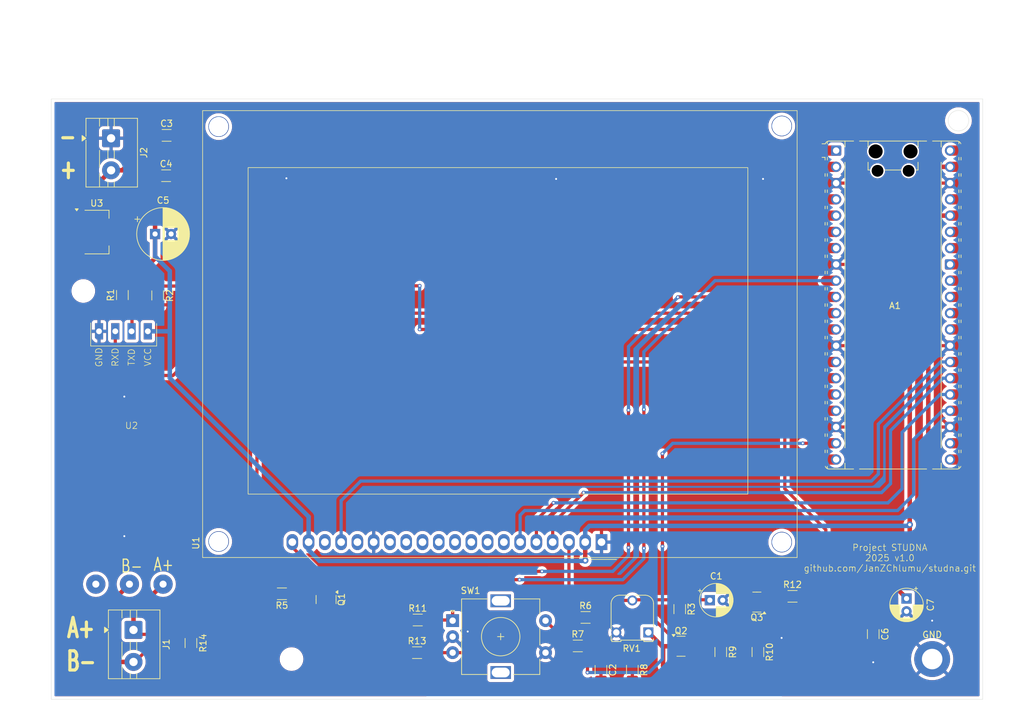
<source format=kicad_pcb>
(kicad_pcb (version 20241229) (generator "pcbnew") (generator_version "9.0")
  (layers (0 "F.Cu" signal) (2 "B.Cu" signal) (13 "F.Paste" user) (15 "B.Paste" user) (5 "F.SilkS" user "F.Silkscreen") (7 "B.SilkS" user "B.Silkscreen") (1 "F.Mask" user) (3 "B.Mask" user) (25 "Edge.Cuts" user))
  (net 0 "")
  (net 1 "/button")
  (net 2 "/UART1_RX")
  (net 3 "/lcd.E(SCLK)")
  (net 4 "/lcd.RW(SID)")
  (net 10 "/UART1_TX")
  (net 13 "/contrast pwm")
  (net 15 "/lcd.contrast")
  (net 16 "Net-(U2-TX)")
  (net 17 "Net-(J2-Pin_2)")
  (net 18 "Net-(J1-Pin_1)")
  (net 19 "Net-(Q1-C)")
  (net 20 "Net-(Q1-B)")
  (net 21 "Net-(Q2-B)")
  (net 22 "Net-(A1-GPIO7)")
  (net 23 "Net-(Q2-C)")
  (net 25 "GND")
  (net 26 "Net-(A1-GPIO6)")
  (net 29 "/led pwm")
  (net 33 "/lcd.RST")
  (net 35 "+5V")
  (net 38 "Net-(J1-Pin_2)")
  (net 43 "+3V3")
  (net 44 "/lcd.RS(CS)")
  (net 55 "Net-(Q3-B)")
  (net 56 "Net-(Q3-C)")
  (footprint "Capacitor_SMD:C_1206_3216Metric" (layer "F.Cu") (at 159.35 142.95 -90)
    (property "Reference" "C2")
    (property "Value" "100n")
  )
  (footprint "Capacitor_THT:CP_Radial_D5.0mm_P2.00mm" (layer "F.Cu") (at 207.05 131.794888 -90)
    (property "Reference" "C7")
    (property "Value" "10u")
  )
  (footprint "Library:LCD 128x64" (layer "F.Cu") (at 97.074907 125.480754 90)
    (property "Reference" "U1")
    (property "Value" "~")
  )
  (footprint "TerminalBlock:TerminalBlock_MaiXu_MX126-5.0-02P_1x02_P5.00mm" (layer "F.Cu") (at 86.3825 136.7 -90)
    (property "Reference" "J1")
    (property "Value" "Screw_Terminal_01x02")
  )
  (footprint "Package_TO_SOT_SMD:SOT-23" (layer "F.Cu") (at 116.45 131.95 -90)
    (property "Reference" "Q1")
    (property "Value" "NPN")
  )
  (footprint "MountingHole:MountingHole_3.2mm_M3_DIN965_Pad" (layer "F.Cu") (at 211.05 141.25)
    (property "Reference" "GND")
    (property "Value" "MountingHole_3.2mm_M3_DIN965_Pad")
  )
  (footprint "Capacitor_THT:CP_Radial_D5.0mm_P2.00mm" (layer "F.Cu") (at 176.35 132.05)
    (property "Reference" "C1")
    (property "Value" "10u")
  )
  (footprint "Resistor_SMD:R_1206_3216Metric" (layer "F.Cu") (at 155.7375 139.2)
    (property "Reference" "R7")
    (property "Value" "10k")
  )
  (footprint "Resistor_SMD:R_1206_3216Metric" (layer "F.Cu") (at 183.85 140.15 -90)
    (property "Reference" "R10")
    (property "Value" "10k")
  )
  (footprint "Resistor_SMD:R_1206_3216Metric" (layer "F.Cu") (at 130.65 140.25)
    (property "Reference" "R13")
    (property "Value" "10k")
  )
  (footprint "Resistor_SMD:R_1206_3216Metric" (layer "F.Cu") (at 189.25 131.45)
    (property "Reference" "R12")
    (property "Value" "10k")
  )
  (footprint "Resistor_SMD:R_1206_3216Metric" (layer "F.Cu") (at 164.25 142.95 -90)
    (property "Reference" "R8")
    (property "Value" "10k")
  )
  (footprint "Resistor_SMD:R_1206_3216Metric" (layer "F.Cu") (at 130.75 135.15)
    (property "Reference" "R11")
    (property "Value" "10k")
  )
  (footprint "Capacitor_SMD:C_1206_3216Metric" (layer "F.Cu") (at 91.475 65.75)
    (property "Reference" "C4")
    (property "Value" "100n" (hide yes))
  )
  (footprint "Capacitor_SMD:C_1206_3216Metric" (layer "F.Cu") (at 201.85 137.35 -90)
    (property "Reference" "C6")
    (property "Value" "100n")
  )
  (footprint "Package_TO_SOT_SMD:SOT-23" (layer "F.Cu") (at 171.85 139.25)
    (property "Reference" "Q2")
    (property "Value" "PNP")
  )
  (footprint "MountingHole:MountingHole_3.2mm_M3_ISO7380" (layer "F.Cu") (at 111.05 141.25)
    (property "Reference" "REF**" (hide yes))
    (property "Value" "MountingHole_3.2mm_M3_ISO7380")
  )
  (footprint "Resistor_SMD:R_1206_3216Metric" (layer "F.Cu") (at 90.15 84.45 -90)
    (property "Reference" "R2")
    (property "Value" "10k")
  )
  (footprint "Resistor_SMD:R_1206_3216Metric" (layer "F.Cu") (at 156.95 134.75)
    (property "Reference" "R6")
    (property "Value" "1k")
  )
  (footprint "Resistor_SMD:R_1206_3216Metric" (layer "F.Cu") (at 178.05 140.15 -90)
    (property "Reference" "R9")
    (property "Value" "10k")
  )
  (footprint "MountingHole:MountingHole_3.2mm_M3_ISO7380" (layer "F.Cu") (at 78.55 83.75)
    (property "Reference" "REF**" (hide yes))
    (property "Value" "MountingHole_3.2mm_M3_ISO7380")
  )
  (footprint "Package_TO_SOT_SMD:SOT-23" (layer "F.Cu") (at 183.6875 132.35 180)
    (property "Reference" "Q3")
    (property "Value" "NPN")
  )
  (footprint "Rotary_Encoder:RotaryEncoder_Alps_EC11E-Switch_Vertical_H20mm" (layer "F.Cu") (at 136.2 135.25)
    (property "Reference" "SW1")
    (property "Value" "RotaryEncoder_Switch")
  )
  (footprint "Resistor_SMD:R_1206_3216Metric" (layer "F.Cu") (at 95.35 138.75 90)
    (property "Reference" "R14")
    (property "Value" "120R")
  )
  (footprint "Library:485 modul" (layer "F.Cu") (at 81 90.05)
    (property "Reference" "U2")
    (property "Value" "~")
  )
  (footprint "Capacitor_THT:CP_Radial_D8.0mm_P2.50mm" (layer "F.Cu") (at 89.75 74.85)
    (property "Reference" "C5")
    (property "Value" "220u")
  )
  (footprint "Resistor_SMD:R_1206_3216Metric" (layer "F.Cu") (at 109.55 131.05 180)
    (property "Reference" "R5")
    (property "Value" "10k?")
  )
  (footprint "TerminalBlock:TerminalBlock_MaiXu_MX126-5.0-02P_1x02_P5.00mm" (layer "F.Cu") (at 82.8825 59.9 -90)
    (property "Reference" "J2")
    (property "Value" "Screw_Terminal_01x02")
  )
  (footprint "Resistor_SMD:R_1206_3216Metric" (layer "F.Cu") (at 84.65 84.3875 90)
    (property "Reference" "R1")
    (property "Value" "5k")
  )
  (footprint "Library:RaspberryPi_Pico_Common_NO_wifi" (layer "F.Cu") (at 204.95 85.95)
    (property "Reference" "A1")
    (property "Value" "RaspberryPi_Pico")
  )
  (footprint "Resistor_SMD:R_1206_3216Metric" (layer "F.Cu") (at 171.65 133.45 -90)
    (property "Reference" "R3")
    (property "Value" "47k")
  )
  (footprint "Potentiometer_THT:Potentiometer_Runtron_RM-065_Vertical" (layer "F.Cu") (at 166.75 137.09 180)
    (property "Reference" "RV1")
    (property "Value" "10k")
  )
  (footprint "Capacitor_SMD:C_1206_3216Metric" (layer "F.Cu") (at 91.55 59.45)
    (property "Reference" "C3")
    (property "Value" "100n")
  )
  (footprint "Package_TO_SOT_SMD:SOT-223-3_TabPin2" (layer "F.Cu") (at 80.65 74.55)
    (property "Reference" "U3")
    (property "Value" "LM7805_TO220")
  )
  (gr_circle (center 215.15 57.15) (end 216.75 57.15) (stroke (width 0.05)) (fill no) (layer "Edge.Cuts"))
  (gr_rect (start 73.55 53.75) (end 218.95 147.55) (stroke (width 0.05)) (fill no) (layer "Edge.Cuts"))
  (gr_text "-" (at 74.55 61.35 0) (layer "F.SilkS") (effects (font (size 3 2) (thickness 0.5) (bold yes)) (justify left bottom)))
  (gr_text "+" (at 74.65 66.45 0) (layer "F.SilkS") (effects (font (size 3 2) (thickness 0.5) (bold yes)) (justify left bottom)))
  (gr_text "Project STUDNA\n2025 v1.0\ngithub.com/JanZChlumu/studna.git" (at 204.45 127.65 0) (layer "F.SilkS") (effects (font (size 1 1) (thickness 0.1)) (justify bottom)))
  (gr_text "B-" (at 75.65 143.35 0) (layer "F.SilkS") (effects (font (size 3 2) (thickness 0.5) (bold yes)) (justify left bottom)))
  (gr_text "A+" (at 75.75 138.15 0) (layer "F.SilkS") (effects (font (size 3 2) (thickness 0.5) (bold yes)) (justify left bottom)))
  (segment (start 157.2 139.2) (end 157.2 139.325) (width 0.5) (layer "F.Cu") (net 1))
  (segment (start 190.86 107.54) (end 190.85 107.55) (width 0.5) (layer "F.Cu") (net 1))
  (segment (start 157.2 137.8) (end 156.35 136.95) (width 0.5) (layer "F.Cu") (net 1))
  (segment (start 157.25 143.35) (end 157.25 141.55) (width 0.5) (layer "F.Cu") (net 1))
  (segment (start 152.4 136.95) (end 150.7 135.25) (width 0.5) (layer "F.Cu") (net 1))
  (segment (start 157.25 141.55) (end 157.2 141.5) (width 0.5) (layer "F.Cu") (net 1))
  (segment (start 196.06 107.54) (end 190.86 107.54) (width 0.5) (layer "F.Cu") (net 1))
  (segment (start 157.2 139.2) (end 157.2 137.8) (width 0.5) (layer "F.Cu") (net 1))
  (segment (start 157.2 141.5) (end 157.2 139.2) (width 0.5) (layer "F.Cu") (net 1))
  (segment (start 156.35 136.95) (end 152.4 136.95) (width 0.5) (layer "F.Cu") (net 1))
  (segment (start 157.2 139.325) (end 159.35 141.475) (width 0.5) (layer "F.Cu") (net 1))
  (segment (start 168.95 109.15) (end 168.95 123.65) (width 0.5) (layer "F.Cu") (net 1))
  (via (at 190.85 107.55) (size 0.6) (drill 0.3) (layers "F.Cu" "B.Cu") (net 1))
  (via (at 157.25 143.35) (size 0.6) (drill 0.3) (layers "F.Cu" "B.Cu") (net 1))
  (via (at 168.95 123.65) (size 0.6) (drill 0.3) (layers "F.Cu" "B.Cu") (net 1))
  (via (at 168.95 109.15) (size 0.6) (drill 0.3) (layers "F.Cu" "B.Cu") (net 1))
  (segment (start 190.85 107.55) (end 170.55 107.55) (width 0.5) (layer "B.Cu") (net 1))
  (segment (start 168.95 141.25) (end 168.95 123.65) (width 0.5) (layer "B.Cu") (net 1))
  (segment (start 157.25 143.35) (end 166.85 143.35) (width 0.5) (layer "B.Cu") (net 1))
  (segment (start 170.55 107.55) (end 168.95 109.15) (width 0.5) (layer "B.Cu") (net 1))
  (segment (start 166.85 143.35) (end 168.95 141.25) (width 0.5) (layer "B.Cu") (net 1))
  (segment (start 90.0875 82.925) (end 90.15 82.9875) (width 0.5) (layer "F.Cu") (net 2))
  (segment (start 131.24 89.76) (end 196.06 89.76) (width 0.5) (layer "F.Cu") (net 2))
  (segment (start 131.23 89.75) (end 131.24 89.76) (width 0.5) (layer "F.Cu") (net 2))
  (segment (start 131.05 89.75) (end 131.23 89.75) (width 0.5) (layer "F.Cu") (net 2))
  (segment (start 131.05 82.95) (end 90.15 82.9875) (width 0.5) (layer "F.Cu") (net 2))
  (segment (start 84.65 82.925) (end 90.0875 82.925) (width 0.5) (layer "F.Cu") (net 2))
  (via (at 131.05 82.95) (size 0.6) (drill 0.3) (layers "F.Cu" "B.Cu") (net 2))
  (via (at 131.05 89.75) (size 0.6) (drill 0.3) (layers "F.Cu" "B.Cu") (net 2))
  (segment (start 131.05 89.75) (end 131.05 82.95) (width 0.5) (layer "B.Cu") (net 2))
  (segment (start 208.15 106.95) (end 212.64 102.46) (width 0.5) (layer "B.Cu") (net 3))
  (segment (start 213.83 102.45) (end 213.84 102.46) (width 0.5) (layer "B.Cu") (net 3))
  (segment (start 205.65 118.05) (end 208.15 115.55) (width 0.5) (layer "B.Cu") (net 3))
  (segment (start 146.734907 122.980754) (end 146.734907 118.765093) (width 0.5) (layer "B.Cu") (net 3))
  (segment (start 208.15 115.55) (end 208.15 106.95) (width 0.5) (layer "B.Cu") (net 3))
  (segment (start 146.734907 118.765093) (end 147.45 118.05) (width 0.5) (layer "B.Cu") (net 3))
  (segment (start 212.64 102.46) (end 213.84 102.46) (width 0.5) (layer "B.Cu") (net 3))
  (segment (start 147.45 118.05) (end 205.65 118.05) (width 0.5) (layer "B.Cu") (net 3))
  (segment (start 149.274907 119.525093) (end 151.95 116.85) (width 0.5) (layer "F.Cu") (net 4))
  (segment (start 149.274907 122.980754) (end 149.274907 119.525093) (width 0.5) (layer "F.Cu") (net 4))
  (via (at 151.95 116.85) (size 0.6) (drill 0.3) (layers "F.Cu" "B.Cu") (net 4))
  (segment (start 213.84 99.92) (end 212.28 99.92) (width 0.5) (layer "B.Cu") (net 4))
  (segment (start 212.28 99.92) (end 206.35 105.85) (width 0.5) (layer "B.Cu") (net 4))
  (segment (start 206.35 114.65) (end 204.15 116.85) (width 0.5) (layer "B.Cu") (net 4))
  (segment (start 204.15 116.85) (end 151.95 116.85) (width 0.5) (layer "B.Cu") (net 4))
  (segment (start 206.35 105.85) (end 206.35 114.65) (width 0.5) (layer "B.Cu") (net 4))
  (segment (start 92.55 96.95) (end 85.85 96.95) (width 0.5) (layer "F.Cu") (net 10))
  (segment (start 83.54 94.64) (end 83.54 90.05) (width 0.5) (layer "F.Cu") (net 10))
  (segment (start 195.26 87.22) (end 102.28 87.22) (width 0.5) (layer "F.Cu") (net 10))
  (segment (start 102.28 87.22) (end 92.55 96.95) (width 0.5) (layer "F.Cu") (net 10))
  (segment (start 85.85 96.95) (end 83.54 94.64) (width 0.5) (layer "F.Cu") (net 10))
  (segment (start 190.62 97.38) (end 188.05 99.95) (width 0.5) (layer "F.Cu") (net 13))
  (segment (start 196.06 97.38) (end 190.62 97.38) (width 0.5) (layer "F.Cu") (net 13))
  (segment (start 195.26 97.38) (end 190.62 97.38) (width 0.5) (layer "F.Cu") (net 13))
  (segment (start 188.05 114.65) (end 194.45 121.05) (width 0.5) (layer "F.Cu") (net 13))
  (segment (start 188.05 99.95) (end 188.05 114.65) (width 0.5) (layer "F.Cu") (net 13))
  (segment (start 193.7125 128.45) (end 190.7125 131.45) (width 0.5) (layer "F.Cu") (net 13))
  (segment (start 194.45 127.75) (end 193.7125 128.45) (width 0.5) (layer "F.Cu") (net 13))
  (segment (start 194.45 121.05) (end 194.45 127.75) (width 0.5) (layer "F.Cu") (net 13))
  (segment (start 155.4875 134.75) (end 155.4875 130.955) (width 0.5) (layer "F.Cu") (net 15))
  (segment (start 156.6225 132.09) (end 157.35 132.09) (width 0.5) (layer "F.Cu") (net 15))
  (segment (start 155.31625 130.78375) (end 154.354907 129.822407) (width 0.5) (layer "F.Cu") (net 15))
  (segment (start 176.2875 131.9875) (end 176.35 132.05) (width 0.5) (layer "F.Cu") (net 15))
  (segment (start 164.3525 131.9875) (end 171.65 131.9875) (width 0.5) (layer "F.Cu") (net 15))
  (segment (start 154.354907 129.822407) (end 154.354907 122.980754) (width 0.5) (layer "F.Cu") (net 15))
  (segment (start 164.25 132.09) (end 164.3525 131.9875) (width 0.5) (layer "F.Cu") (net 15))
  (segment (start 156.6225 132.09) (end 155.31625 130.78375) (width 0.5) (layer "F.Cu") (net 15))
  (segment (start 155.4875 130.955) (end 155.31625 130.78375) (width 0.5) (layer "F.Cu") (net 15))
  (segment (start 157.35 132.09) (end 164.25 132.09) (width 0.5) (layer "F.Cu") (net 15))
  (segment (start 171.65 131.9875) (end 176.2875 131.9875) (width 0.5) (layer "F.Cu") (net 15))
  (segment (start 86.15 87.35) (end 86.15 89.98) (width 0.5) (layer "F.Cu") (net 16))
  (segment (start 84.65 85.85) (end 86.15 87.35) (width 0.5) (layer "F.Cu") (net 16))
  (segment (start 86.15 89.98) (end 86.08 90.05) (width 0.5) (layer "F.Cu") (net 16))
  (segment (start 90.075 59.45) (end 84.625 64.9) (width 0.7) (layer "F.Cu") (net 17))
  (segment (start 77.5 70.2825) (end 82.8825 64.9) (width 0.7) (layer "F.Cu") (net 17))
  (segment (start 77.5 72.25) (end 77.5 70.2825) (width 0.7) (layer "F.Cu") (net 17))
  (segment (start 84.625 64.9) (end 82.8825 64.9) (width 0.7) (layer "F.Cu") (net 17))
  (segment (start 86.3825 136.7) (end 86.3825 134.1675) (width 0.7) (layer "F.Cu") (net 18))
  (segment (start 95.25 137.3875) (end 87.07 137.3875) (width 0.5) (layer "F.Cu") (net 18))
  (segment (start 87.07 137.3875) (end 86.3825 136.7) (width 0.5) (layer "F.Cu") (net 18))
  (segment (start 86.3825 134.1675) (end 91 129.55) (width 0.7) (layer "F.Cu") (net 18))
  (segment (start 95.35 137.2875) (end 95.25 137.3875) (width 0.5) (layer "F.Cu") (net 18))
  (segment (start 111.15 123.75) (end 111.15 123.005661) (width 0.5) (layer "F.Cu") (net 19))
  (segment (start 111.15 123.005661) (end 111.174907 122.980754) (width 0.5) (layer "F.Cu") (net 19))
  (segment (start 117.4 131.0125) (end 117.4 130) (width 0.5) (layer "F.Cu") (net 19))
  (segment (start 117.4 130) (end 111.15 123.75) (width 0.5) (layer "F.Cu") (net 19))
  (segment (start 111.05 131.0125) (end 115.5 131.0125) (width 0.5) (layer "F.Cu") (net 20))
  (segment (start 111.0125 131.05) (end 111.05 131.0125) (width 0.5) (layer "F.Cu") (net 20))
  (segment (start 183.85 141.6125) (end 178.05 141.6125) (width 0.5) (layer "F.Cu") (net 21))
  (segment (start 172.6125 141.6125) (end 178.05 141.6125) (width 0.5) (layer "F.Cu") (net 21))
  (segment (start 170.9125 140.2) (end 172.325 141.6125) (width 0.5) (layer "F.Cu") (net 21))
  (segment (start 172.325 141.6125) (end 172.6125 141.6125) (width 0.5) (layer "F.Cu") (net 21))
  (segment (start 141.75 127.55) (end 136.2 133.1) (width 0.5) (layer "F.Cu") (net 22))
  (segment (start 163.65 123.85) (end 163.65 102.35) (width 0.5) (layer "F.Cu") (net 22))
  (segment (start 171.402948 84.68) (end 171.35 84.732948) (width 0.5) (layer "F.Cu") (net 22))
  (segment (start 132.2125 135.15) (end 136.1 135.15) (width 0.5) (layer "F.Cu") (net 22))
  (segment (start 136.1 135.15) (end 136.2 135.25) (width 0.5) (layer "F.Cu") (net 22))
  (segment (start 150.15 127.55) (end 141.75 127.55) (width 0.5) (layer "F.Cu") (net 22))
  (segment (start 136.2 133.1) (end 136.2 135.25) (width 0.5) (layer "F.Cu") (net 22))
  (segment (start 195.26 84.68) (end 171.402948 84.68) (width 0.5) (layer "F.Cu") (net 22))
  (via (at 163.65 102.35) (size 0.6) (drill 0.3) (layers "F.Cu" "B.Cu") (net 22))
  (via (at 150.15 127.55) (size 0.6) (drill 0.3) (layers "F.Cu" "B.Cu") (net 22))
  (via (at 163.65 123.85) (size 0.6) (drill 0.3) (layers "F.Cu" "B.Cu") (net 22))
  (via (at 171.35 84.732948) (size 0.6) (drill 0.3) (layers "F.Cu" "B.Cu") (net 22))
  (segment (start 150.15 127.55) (end 161.2 127.55) (width 0.5) (layer "B.Cu") (net 22))
  (segment (start 163.65 125.1) (end 163.65 123.85) (width 0.5) (layer "B.Cu") (net 22))
  (segment (start 163.65 102.35) (end 163.65 92.432948) (width 0.5) (layer "B.Cu") (net 22))
  (segment (start 163.65 92.432948) (end 171.35 84.732948) (width 0.5) (layer "B.Cu") (net 22))
  (segment (start 161.2 127.55) (end 163.65 125.1) (width 0.5) (layer "B.Cu") (net 22))
  (segment (start 164.25 135.65) (end 164.25 135.15) (width 0.5) (layer "F.Cu") (net 23))
  (segment (start 168.45 135.8375) (end 170.9125 138.3) (width 0.5) (layer "F.Cu") (net 23))
  (segment (start 167.75 135.15) (end 168.4375 135.8375) (width 0.5) (layer "F.Cu") (net 23))
  (segment (start 158.4125 134.95) (end 158.6125 135.15) (width 0.5) (layer "F.Cu") (net 23))
  (segment (start 168.4375 135.8375) (end 168.45 135.8375) (width 0.5) (layer "F.Cu") (net 23))
  (segment (start 158.4125 134.75) (end 158.4125 134.95) (width 0.5) (layer "F.Cu") (net 23))
  (segment (start 164.25 141.4875) (end 164.25 135.65) (width 0.5) (layer "F.Cu") (net 23))
  (segment (start 164.25 135.15) (end 167.75 135.15) (width 0.5) (layer "F.Cu") (net 23))
  (segment (start 158.6125 135.15) (end 164.25 135.15) (width 0.5) (layer "F.Cu") (net 23))
  (via (at 138.55 136.95) (size 0.6) (drill 0.3) (layers "F.Cu" "B.Cu") (net 25))
  (via (at 187.55 137.95) (size 0.6) (drill 0.3) (layers "F.Cu" "B.Cu") (net 25))
  (via (at 110.25 66.15) (size 0.6) (drill 0.3) (layers "F.Cu" "B.Cu") (net 25))
  (via (at 184.65 66.25) (size 0.6) (drill 0.3) (layers "F.Cu" "B.Cu") (net 25))
  (via (at 211.05 135.25) (size 0.6) (drill 0.3) (layers "F.Cu" "B.Cu") (net 25))
  (via (at 84.95 100.25) (size 0.6) (drill 0.3) (layers "F.Cu" "B.Cu") (net 25))
  (via (at 84.95 122.05) (size 0.6) (drill 0.3) (layers "F.Cu" "B.Cu") (net 25))
  (via (at 152.35 66.25) (size 0.6) (drill 0.3) (layers "F.Cu" "B.Cu") (net 25))
  (via (at 201.85 141.75) (size 0.6) (drill 0.3) (layers "F.Cu" "B.Cu") (net 25))
  (segment (start 140.15 130.95) (end 140.15 138.45) (width 0.5) (layer "F.Cu") (net 26))
  (segment (start 166.05 123.95) (end 166.05 102.25) (width 0.5) (layer "F.Cu") (net 26))
  (segment (start 138.35 140.25) (end 136.2 140.25) (width 0.5) (layer "F.Cu") (net 26))
  (segment (start 142.25 128.85) (end 140.15 130.95) (width 0.5) (layer "F.Cu") (net 26))
  (segment (start 146.65 128.85) (end 142.25 128.85) (width 0.5) (layer "F.Cu") (net 26))
  (segment (start 136.2 140.25) (end 132.1125 140.25) (width 0.5) (layer "F.Cu") (net 26))
  (segment (start 140.15 138.45) (end 138.35 140.25) (width 0.5) (layer "F.Cu") (net 26))
  (via (at 146.65 128.85) (size 0.6) (drill 0.3) (layers "F.Cu" "B.Cu") (net 26))
  (via (at 166.05 123.95) (size 0.6) (drill 0.3) (layers "F.Cu" "B.Cu") (net 26))
  (via (at 166.05 102.25) (size 0.6) (drill 0.3) (layers "F.Cu" "B.Cu") (net 26))
  (segment (start 146.65 128.85) (end 162.75 128.85) (width 0.5) (layer "B.Cu") (net 26))
  (segment (start 162.75 128.85) (end 166.05 125.55) (width 0.5) (layer "B.Cu") (net 26))
  (segment (start 166.05 93.25) (end 177.16 82.14) (width 0.5) (layer "B.Cu") (net 26))
  (segment (start 166.05 125.55) (end 166.05 123.95) (width 0.5) (layer "B.Cu") (net 26))
  (segment (start 177.16 82.14) (end 196.06 82.14) (width 0.5) (layer "B.Cu") (net 26))
  (segment (start 166.05 102.25) (end 166.05 93.25) (width 0.5) (layer "B.Cu") (net 26))
  (segment (start 108.0875 131.05) (end 105.65 128.6125) (width 0.5) (layer "F.Cu") (net 29))
  (segment (start 105.65 105.95) (end 116.76 94.84) (width 0.5) (layer "F.Cu") (net 29))
  (segment (start 116.76 94.84) (end 195.26 94.84) (width 0.5) (layer "F.Cu") (net 29))
  (segment (start 105.65 128.6125) (end 105.65 105.95) (width 0.5) (layer "F.Cu") (net 29))
  (segment (start 195.26 94.84) (end 196.06 94.84) (width 0.5) (layer "F.Cu") (net 29))
  (segment (start 201.55 113.45) (end 121.85 113.45) (width 0.5) (layer "B.Cu") (net 33))
  (segment (start 212.36 94.84) (end 202.65 104.55) (width 0.5) (layer "B.Cu") (net 33))
  (segment (start 213.84 94.84) (end 212.36 94.84) (width 0.5) (layer "B.Cu") (net 33))
  (segment (start 202.65 104.55) (end 202.65 112.35) (width 0.5) (layer "B.Cu") (net 33))
  (segment (start 118.794907 116.505093) (end 118.794907 122.980754) (width 0.5) (layer "B.Cu") (net 33))
  (segment (start 202.65 112.35) (end 201.55 113.45) (width 0.5) (layer "B.Cu") (net 33))
  (segment (start 121.85 113.45) (end 118.794907 116.505093) (width 0.5) (layer "B.Cu") (net 33))
  (segment (start 207.55 122.35) (end 185.95 143.95) (width 0.7) (layer "F.Cu") (net 35))
  (segment (start 207.55 116.750858) (end 207.550858 116.75) (width 0.7) (layer "F.Cu") (net 35))
  (segment (start 168.91 139.25) (end 172.7875 139.25) (width 0.7) (layer "F.Cu") (net 35))
  (segment (start 172.7875 139.25) (end 174.65 139.25) (width 0.7) (layer "F.Cu") (net 35))
  (segment (start 174.65 139.25) (end 175.2125 138.6875) (width 0.7) (layer "F.Cu") (net 35))
  (segment (start 77.5 78.8) (end 78.45 79.75) (width 0.7) (layer "F.Cu") (net 35))
  (segment (start 185.95 143.95) (end 180.125 143.95) (width 0.7) (layer "F.Cu") (net 35))
  (segment (start 169.05 139.39) (end 168.91 139.25) (width 0.7) (layer "F.Cu") (net 35))
  (segment (start 78.45 79.75) (end 88.65 79.75) (width 0.7) (layer "F.Cu") (net 35))
  (segment (start 180.125 143.95) (end 170.65 143.95) (width 0.7) (layer "F.Cu") (net 35))
  (segment (start 89.75 74.85) (end 89.75 66) (width 0.7) (layer "F.Cu") (net 35))
  (segment (start 89.75 78.65) (end 89.75 74.85) (width 0.7) (layer "F.Cu") (net 35))
  (segment (start 89.75 66) (end 90 65.75) (width 0.7) (layer "F.Cu") (net 35))
  (segment (start 207.550858 68.749142) (end 211.94 64.36) (width 0.7) (layer "F.Cu") (net 35))
  (segment (start 156.894907 125.85) (end 156.894907 122.980754) (width 0.7) (layer "F.Cu") (net 35))
  (segment (start 170.65 143.95) (end 169.05 142.35) (width 0.7) (layer "F.Cu") (net 35))
  (segment (start 175.2125 138.6875) (end 178.05 138.6875) (width 0.7) (layer "F.Cu") (net 35))
  (segment (start 88.65 79.75) (end 89.75 78.65) (width 0.7) (layer "F.Cu") (net 35))
  (segment (start 213.84 64.36) (end 213.83 64.35) (width 0.7) (layer "F.Cu") (net 35))
  (segment (start 166.75 137.09) (end 168.91 139.25) (width 0.7) (layer "F.Cu") (net 35))
  (segment (start 207.550858 116.75) (end 207.550858 68.749142) (width 0.7) (layer "F.Cu") (net 35))
  (segment (start 207.55 120.25) (end 207.55 122.35) (width 0.7) (layer "F.Cu") (net 35))
  (segment (start 169.05 142.35) (end 169.05 139.39) (width 0.7) (layer "F.Cu") (net 35))
  (segment (start 207.55 120.25) (end 207.55 116.750858) (width 0.7) (layer "F.Cu") (net 35))
  (segment (start 77.5 76.85) (end 77.5 78.8) (width 0.7) (layer "F.Cu") (net 35))
  (segment (start 211.94 64.36) (end 213.84 64.36) (width 0.7) (layer "F.Cu") (net 35))
  (via (at 207.55 120.25) (size 1) (drill 0.5) (layers "F.Cu" "B.Cu") (net 35))
  (via (at 156.894907 125.85) (size 1) (drill 0.5) (layers "F.Cu" "B.Cu") (net 35))
  (segment (start 113.714907 124.214907) (end 113.714907 122.980754) (width 0.7) (layer "B.Cu") (net 35))
  (segment (start 92.05 97.35) (end 113.714907 119.014907) (width 0.7) (layer "B.Cu") (net 35))
  (segment (start 92.05 90.05) (end 92.05 80.65) (width 0.7) (layer "B.Cu") (net 35))
  (segment (start 115.414907 125.914907) (end 113.714907 124.214907) (width 0.7) (layer "B.Cu") (net 35))
  (segment (start 92.05 90.05) (end 92.05 97.35) (width 0.7) (layer "B.Cu") (net 35))
  (segment (start 88.62 90.05) (end 92.05 90.05) (width 0.7) (layer "B.Cu") (net 35))
  (segment (start 156.894907 121.105093) (end 156.894907 122.980754) (width 0.7) (layer "B.Cu") (net 35))
  (segment (start 207.55 120.25) (end 207.35 120.45) (width 0.7) (layer "B.Cu") (net 35))
  (segment (start 156.894907 125.85) (end 156.83 125.914907) (width 0.7) (layer "B.Cu") (net 35))
  (segment (start 92.05 80.65) (end 89.75 78.35) (width 0.7) (layer "B.Cu") (net 35))
  (segment (start 89.75 78.35) (end 89.75 74.85) (width 0.7) (layer "B.Cu") (net 35))
  (segment (start 113.714907 119.014907) (end 113.714907 122.980754) (width 0.7) (layer "B.Cu") (net 35))
  (segment (start 156.83 125.914907) (end 115.414907 125.914907) (width 0.7) (layer "B.Cu") (net 35))
  (segment (start 157.55 120.45) (end 156.894907 121.105093) (width 0.7) (layer "B.Cu") (net 35))
  (segment (start 207.35 120.45) (end 157.55 120.45) (width 0.7) (layer "B.Cu") (net 35))
  (segment (start 86.6 141.7) (end 87.9875 140.3125) (width 0.5) (layer "F.Cu") (net 38))
  (segment (start 80.95 134.35) (end 85.75 129.55) (width 0.7) (layer "F.Cu") (net 38))
  (segment (start 87.9875 140.3125) (end 95.25 140.3125) (width 0.5) (layer "F.Cu") (net 38))
  (segment (start 86.3825 141.7) (end 86.6 141.7) (width 0.5) (layer "F.Cu") (net 38))
  (segment (start 82.8 141.7) (end 80.95 139.85) (width 0.7) (layer "F.Cu") (net 38))
  (segment (start 80.95 139.85) (end 80.95 134.35) (width 0.7) (layer "F.Cu") (net 38))
  (segment (start 86.3825 141.7) (end 82.8 141.7) (width 0.7) (layer "F.Cu") (net 38))
  (segment (start 95.25 140.3125) (end 95.35 140.2125) (width 0.5) (layer "F.Cu") (net 38))
  (segment (start 129.1875 140.25) (end 129.1875 135.25) (width 0.7) (layer "F.Cu") (net 43))
  (segment (start 199.55 133.65) (end 187.05 146.15) (width 0.7) (layer "F.Cu") (net 43))
  (segment (start 201.85 135.875) (end 199.625 133.65) (width 0.7) (layer "F.Cu") (net 43))
  (segment (start 207.05 131.794888) (end 207.05 131.75) (width 0.7) (layer "F.Cu") (net 43))
  (segment (start 211.22 71.98) (end 210.45 72.75) (width 0.7) (layer "F.Cu") (net 43))
  (segment (start 154.275 145.875) (end 154.275 139.2) (width 0.7) (layer "F.Cu") (net 43))
  (segment (start 210.45 72.75) (end 210.45 122.75) (width 0.7) (layer "F.Cu") (net 43))
  (segment (start 129.2875 142.7875) (end 129.2875 142.05) (width 0.7) (layer "F.Cu") (net 43))
  (segment (start 213.84 71.98) (end 211.22 71.98) (width 0.7) (layer "F.Cu") (net 43))
  (segment (start 204.25 128.95) (end 199.55 133.65) (width 0.7) (layer "F.Cu") (net 43))
  (segment (start 187.05 146.15) (end 132.65 146.15) (width 0.7) (layer "F.Cu") (net 43))
  (segment (start 210.45 122.75) (end 204.25 128.95) (width 0.7) (layer "F.Cu") (net 43))
  (segment (start 129.2875 142.05) (end 129.2875 140.35) (width 0.7) (layer "F.Cu") (net 43))
  (segment (start 207.05 131.75) (end 204.25 128.95) (width 0.7) (layer "F.Cu") (net 43))
  (segment (start 199.625 133.65) (end 199.55 133.65) (width 0.7) (layer "F.Cu") (net 43))
  (segment (start 129.1875 135.25) (end 129.2875 135.15) (width 0.7) (layer "F.Cu") (net 43))
  (segment (start 132.65 146.15) (end 129.2875 142.7875) (width 0.7) (layer "F.Cu") (net 43))
  (segment (start 151.814907 120.085093) (end 151.814907 122.980754) (width 0.5) (layer "F.Cu") (net 44))
  (segment (start 156.65 115.25) (end 151.814907 120.085093) (width 0.5) (layer "F.Cu") (net 44))
  (via (at 156.65 115.25) (size 0.6) (drill 0.3) (layers "F.Cu" "B.Cu") (net 44))
  (segment (start 204.55 113.85) (end 204.55 105.55) (width 0.5) (layer "B.Cu") (net 44))
  (segment (start 204.55 105.55) (end 212.72 97.38) (width 0.5) (layer "B.Cu") (net 44))
  (segment (start 212.72 97.38) (end 213.84 97.38) (width 0.5) (layer "B.Cu") (net 44))
  (segment (start 203.15 115.25) (end 204.55 113.85) (width 0.5) (layer "B.Cu") (net 44))
  (segment (start 156.65 115.25) (end 203.15 115.25) (width 0.5) (layer "B.Cu") (net 44))
  (segment (start 187.7375 131.4) (end 187.7875 131.45) (width 0.5) (layer "F.Cu") (net 55))
  (segment (start 184.625 131.4) (end 187.7375 131.4) (width 0.5) (layer "F.Cu") (net 55))
  (segment (start 184.625 133.3) (end 183.85 134.075) (width 0.5) (layer "F.Cu") (net 56))
  (segment (start 183.85 134.075) (end 183.85 138.6875) (width 0.5) (layer "F.Cu") (net 56))
  (zone (net 25) (net_name "GND") (layers "F.Cu" "B.Cu") (connect_pads (clearance 0.5)) (min_thickness 0.25) (fill yes (thermal_gap 0.5) (thermal_bridge_width 0.5))
    (polygon (pts (xy 69.35 50.05) (xy 219.45 49.85) (xy 220.25 148.95) (xy 70.15 149.05)))
  )
)
</source>
